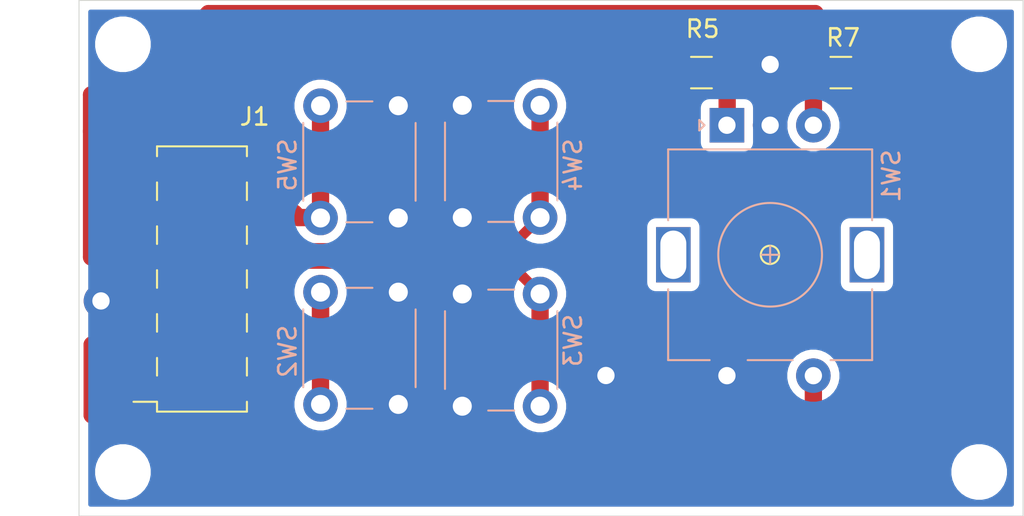
<source format=kicad_pcb>
(kicad_pcb (version 20171130) (host pcbnew "(5.1.5-0-10_14)")

  (general
    (thickness 1.6)
    (drawings 7)
    (tracks 95)
    (zones 0)
    (modules 12)
    (nets 10)
  )

  (page A4)
  (layers
    (0 F.Cu signal)
    (31 B.Cu signal)
    (32 B.Adhes user)
    (33 F.Adhes user)
    (34 B.Paste user)
    (35 F.Paste user)
    (36 B.SilkS user)
    (37 F.SilkS user)
    (38 B.Mask user)
    (39 F.Mask user)
    (40 Dwgs.User user)
    (41 Cmts.User user)
    (42 Eco1.User user)
    (43 Eco2.User user)
    (44 Edge.Cuts user)
    (45 Margin user)
    (46 B.CrtYd user)
    (47 F.CrtYd user)
    (48 B.Fab user hide)
    (49 F.Fab user hide)
  )

  (setup
    (last_trace_width 1)
    (user_trace_width 0.3)
    (user_trace_width 0.35)
    (user_trace_width 0.4)
    (user_trace_width 0.5)
    (user_trace_width 0.6)
    (user_trace_width 0.7)
    (user_trace_width 0.8)
    (user_trace_width 1)
    (user_trace_width 2)
    (trace_clearance 0.2)
    (zone_clearance 0.508)
    (zone_45_only no)
    (trace_min 0.2)
    (via_size 0.8)
    (via_drill 0.4)
    (via_min_size 0.4)
    (via_min_drill 0.3)
    (user_via 2 1)
    (uvia_size 0.3)
    (uvia_drill 0.1)
    (uvias_allowed no)
    (uvia_min_size 0.2)
    (uvia_min_drill 0.1)
    (edge_width 0.05)
    (segment_width 0.2)
    (pcb_text_width 0.3)
    (pcb_text_size 1.5 1.5)
    (mod_edge_width 0.12)
    (mod_text_size 1 1)
    (mod_text_width 0.15)
    (pad_size 1.524 1.524)
    (pad_drill 0.762)
    (pad_to_mask_clearance 0.051)
    (solder_mask_min_width 0.25)
    (aux_axis_origin 0 0)
    (visible_elements FFFFFF7F)
    (pcbplotparams
      (layerselection 0x01000_7fffffff)
      (usegerberextensions false)
      (usegerberattributes false)
      (usegerberadvancedattributes false)
      (creategerberjobfile false)
      (excludeedgelayer true)
      (linewidth 0.100000)
      (plotframeref false)
      (viasonmask false)
      (mode 1)
      (useauxorigin false)
      (hpglpennumber 1)
      (hpglpenspeed 20)
      (hpglpendiameter 15.000000)
      (psnegative true)
      (psa4output false)
      (plotreference true)
      (plotvalue true)
      (plotinvisibletext false)
      (padsonsilk false)
      (subtractmaskfromsilk false)
      (outputformat 5)
      (mirror true)
      (drillshape 2)
      (scaleselection 1)
      (outputdirectory ""))
  )

  (net 0 "")
  (net 1 GNDS)
  (net 2 /Controls/BTN4)
  (net 3 /Controls/ENC_A)
  (net 4 /Controls/BTN3)
  (net 5 /Controls/ENC_B)
  (net 6 /Controls/BTN2)
  (net 7 /Controls/BTN1)
  (net 8 /Controls/ENC_SW)
  (net 9 +3V3)

  (net_class Default "This is the default net class."
    (clearance 0.2)
    (trace_width 0.25)
    (via_dia 0.8)
    (via_drill 0.4)
    (uvia_dia 0.3)
    (uvia_drill 0.1)
    (add_net +3V3)
    (add_net /Controls/BTN1)
    (add_net /Controls/BTN2)
    (add_net /Controls/BTN3)
    (add_net /Controls/BTN4)
    (add_net /Controls/ENC_A)
    (add_net /Controls/ENC_B)
    (add_net /Controls/ENC_SW)
    (add_net GNDS)
  )

  (module Connector_PinSocket_2.54mm:PinSocket_2x06_P2.54mm_Vertical_SMD locked (layer F.Cu) (tedit 5A19A42A) (tstamp 5ED139FE)
    (at 121.412 58.674 180)
    (descr "surface-mounted straight socket strip, 2x06, 2.54mm pitch, double cols (from Kicad 4.0.7), script generated")
    (tags "Surface mounted socket strip SMD 2x06 2.54mm double row")
    (path /5E7E6C1D/5E8132DF)
    (attr smd)
    (fp_text reference J1 (at -3.048 9.398 180) (layer F.SilkS)
      (effects (font (size 1 1) (thickness 0.15)))
    )
    (fp_text value Conn_02x06_Odd_Even (at 0 9.12) (layer F.Fab)
      (effects (font (size 1 1) (thickness 0.15)))
    )
    (fp_text user %R (at 0 0 90) (layer F.Fab)
      (effects (font (size 1 1) (thickness 0.15)))
    )
    (fp_line (start -4.55 8.1) (end -4.55 -8.15) (layer F.CrtYd) (width 0.05))
    (fp_line (start 4.5 8.1) (end -4.55 8.1) (layer F.CrtYd) (width 0.05))
    (fp_line (start 4.5 -8.15) (end 4.5 8.1) (layer F.CrtYd) (width 0.05))
    (fp_line (start -4.55 -8.15) (end 4.5 -8.15) (layer F.CrtYd) (width 0.05))
    (fp_line (start 3.92 6.67) (end 2.54 6.67) (layer F.Fab) (width 0.1))
    (fp_line (start 3.92 6.03) (end 3.92 6.67) (layer F.Fab) (width 0.1))
    (fp_line (start 2.54 6.03) (end 3.92 6.03) (layer F.Fab) (width 0.1))
    (fp_line (start -3.92 6.67) (end -3.92 6.03) (layer F.Fab) (width 0.1))
    (fp_line (start -2.54 6.67) (end -3.92 6.67) (layer F.Fab) (width 0.1))
    (fp_line (start -3.92 6.03) (end -2.54 6.03) (layer F.Fab) (width 0.1))
    (fp_line (start 3.92 4.13) (end 2.54 4.13) (layer F.Fab) (width 0.1))
    (fp_line (start 3.92 3.49) (end 3.92 4.13) (layer F.Fab) (width 0.1))
    (fp_line (start 2.54 3.49) (end 3.92 3.49) (layer F.Fab) (width 0.1))
    (fp_line (start -3.92 4.13) (end -3.92 3.49) (layer F.Fab) (width 0.1))
    (fp_line (start -2.54 4.13) (end -3.92 4.13) (layer F.Fab) (width 0.1))
    (fp_line (start -3.92 3.49) (end -2.54 3.49) (layer F.Fab) (width 0.1))
    (fp_line (start 3.92 1.59) (end 2.54 1.59) (layer F.Fab) (width 0.1))
    (fp_line (start 3.92 0.95) (end 3.92 1.59) (layer F.Fab) (width 0.1))
    (fp_line (start 2.54 0.95) (end 3.92 0.95) (layer F.Fab) (width 0.1))
    (fp_line (start -3.92 1.59) (end -3.92 0.95) (layer F.Fab) (width 0.1))
    (fp_line (start -2.54 1.59) (end -3.92 1.59) (layer F.Fab) (width 0.1))
    (fp_line (start -3.92 0.95) (end -2.54 0.95) (layer F.Fab) (width 0.1))
    (fp_line (start 3.92 -0.95) (end 2.54 -0.95) (layer F.Fab) (width 0.1))
    (fp_line (start 3.92 -1.59) (end 3.92 -0.95) (layer F.Fab) (width 0.1))
    (fp_line (start 2.54 -1.59) (end 3.92 -1.59) (layer F.Fab) (width 0.1))
    (fp_line (start -3.92 -0.95) (end -3.92 -1.59) (layer F.Fab) (width 0.1))
    (fp_line (start -2.54 -0.95) (end -3.92 -0.95) (layer F.Fab) (width 0.1))
    (fp_line (start -3.92 -1.59) (end -2.54 -1.59) (layer F.Fab) (width 0.1))
    (fp_line (start 3.92 -3.49) (end 2.54 -3.49) (layer F.Fab) (width 0.1))
    (fp_line (start 3.92 -4.13) (end 3.92 -3.49) (layer F.Fab) (width 0.1))
    (fp_line (start 2.54 -4.13) (end 3.92 -4.13) (layer F.Fab) (width 0.1))
    (fp_line (start -3.92 -3.49) (end -3.92 -4.13) (layer F.Fab) (width 0.1))
    (fp_line (start -2.54 -3.49) (end -3.92 -3.49) (layer F.Fab) (width 0.1))
    (fp_line (start -3.92 -4.13) (end -2.54 -4.13) (layer F.Fab) (width 0.1))
    (fp_line (start 3.92 -6.03) (end 2.54 -6.03) (layer F.Fab) (width 0.1))
    (fp_line (start 3.92 -6.67) (end 3.92 -6.03) (layer F.Fab) (width 0.1))
    (fp_line (start 2.54 -6.67) (end 3.92 -6.67) (layer F.Fab) (width 0.1))
    (fp_line (start -3.92 -6.03) (end -3.92 -6.67) (layer F.Fab) (width 0.1))
    (fp_line (start -2.54 -6.03) (end -3.92 -6.03) (layer F.Fab) (width 0.1))
    (fp_line (start -3.92 -6.67) (end -2.54 -6.67) (layer F.Fab) (width 0.1))
    (fp_line (start -2.54 7.62) (end -2.54 -7.62) (layer F.Fab) (width 0.1))
    (fp_line (start 2.54 7.62) (end -2.54 7.62) (layer F.Fab) (width 0.1))
    (fp_line (start 2.54 -6.62) (end 2.54 7.62) (layer F.Fab) (width 0.1))
    (fp_line (start 1.54 -7.62) (end 2.54 -6.62) (layer F.Fab) (width 0.1))
    (fp_line (start -2.54 -7.62) (end 1.54 -7.62) (layer F.Fab) (width 0.1))
    (fp_line (start 2.6 -7.11) (end 3.96 -7.11) (layer F.SilkS) (width 0.12))
    (fp_line (start -2.6 7.11) (end -2.6 7.68) (layer F.SilkS) (width 0.12))
    (fp_line (start -2.6 4.57) (end -2.6 5.59) (layer F.SilkS) (width 0.12))
    (fp_line (start -2.6 2.03) (end -2.6 3.05) (layer F.SilkS) (width 0.12))
    (fp_line (start -2.6 -0.51) (end -2.6 0.51) (layer F.SilkS) (width 0.12))
    (fp_line (start -2.6 -3.05) (end -2.6 -2.03) (layer F.SilkS) (width 0.12))
    (fp_line (start -2.6 -5.59) (end -2.6 -4.57) (layer F.SilkS) (width 0.12))
    (fp_line (start -2.6 -7.68) (end -2.6 -7.11) (layer F.SilkS) (width 0.12))
    (fp_line (start -2.6 7.68) (end 2.6 7.68) (layer F.SilkS) (width 0.12))
    (fp_line (start 2.6 7.11) (end 2.6 7.68) (layer F.SilkS) (width 0.12))
    (fp_line (start 2.6 4.57) (end 2.6 5.59) (layer F.SilkS) (width 0.12))
    (fp_line (start 2.6 2.03) (end 2.6 3.05) (layer F.SilkS) (width 0.12))
    (fp_line (start 2.6 -0.51) (end 2.6 0.51) (layer F.SilkS) (width 0.12))
    (fp_line (start 2.6 -3.05) (end 2.6 -2.03) (layer F.SilkS) (width 0.12))
    (fp_line (start 2.6 -5.59) (end 2.6 -4.57) (layer F.SilkS) (width 0.12))
    (fp_line (start 2.6 -7.68) (end 2.6 -7.11) (layer F.SilkS) (width 0.12))
    (fp_line (start -2.6 -7.68) (end 2.6 -7.68) (layer F.SilkS) (width 0.12))
    (pad 12 smd rect (at -2.52 6.35 180) (size 3 1) (layers F.Cu F.Paste F.Mask)
      (net 1 GNDS))
    (pad 11 smd rect (at 2.52 6.35 180) (size 3 1) (layers F.Cu F.Paste F.Mask)
      (net 1 GNDS))
    (pad 10 smd rect (at -2.52 3.81 180) (size 3 1) (layers F.Cu F.Paste F.Mask)
      (net 2 /Controls/BTN4))
    (pad 9 smd rect (at 2.52 3.81 180) (size 3 1) (layers F.Cu F.Paste F.Mask)
      (net 3 /Controls/ENC_A))
    (pad 8 smd rect (at -2.52 1.27 180) (size 3 1) (layers F.Cu F.Paste F.Mask)
      (net 4 /Controls/BTN3))
    (pad 7 smd rect (at 2.52 1.27 180) (size 3 1) (layers F.Cu F.Paste F.Mask)
      (net 5 /Controls/ENC_B))
    (pad 6 smd rect (at -2.52 -1.27 180) (size 3 1) (layers F.Cu F.Paste F.Mask)
      (net 6 /Controls/BTN2))
    (pad 5 smd rect (at 2.52 -1.27 180) (size 3 1) (layers F.Cu F.Paste F.Mask)
      (net 1 GNDS))
    (pad 4 smd rect (at -2.52 -3.81 180) (size 3 1) (layers F.Cu F.Paste F.Mask)
      (net 7 /Controls/BTN1))
    (pad 3 smd rect (at 2.52 -3.81 180) (size 3 1) (layers F.Cu F.Paste F.Mask)
      (net 8 /Controls/ENC_SW))
    (pad 2 smd rect (at -2.52 -6.35 180) (size 3 1) (layers F.Cu F.Paste F.Mask)
      (net 9 +3V3))
    (pad 1 smd rect (at 2.52 -6.35 180) (size 3 1) (layers F.Cu F.Paste F.Mask)
      (net 9 +3V3))
    (model ${KISYS3DMOD}/Connector_PinHeader_2.54mm.3dshapes/PinHeader_2x06_P2.54mm_Vertical_SMD.step
      (at (xyz 0 0 0))
      (scale (xyz 1 1 1))
      (rotate (xyz 0 0 0))
    )
  )

  (module MountingHole:MountingHole_2.2mm_M2 locked (layer F.Cu) (tedit 56D1B4CB) (tstamp 5EC2B9C6)
    (at 166.37 45.085)
    (descr "Mounting Hole 2.2mm, no annular, M2")
    (tags "mounting hole 2.2mm no annular m2")
    (attr virtual)
    (fp_text reference REF** (at 0 -3.2) (layer F.SilkS) hide
      (effects (font (size 1 1) (thickness 0.15)))
    )
    (fp_text value MountingHole_2.2mm_M2 (at 0 3.2) (layer F.Fab)
      (effects (font (size 1 1) (thickness 0.15)))
    )
    (fp_text user %R (at 0.3 0) (layer F.Fab)
      (effects (font (size 1 1) (thickness 0.15)))
    )
    (fp_circle (center 0 0) (end 2.2 0) (layer Cmts.User) (width 0.15))
    (fp_circle (center 0 0) (end 2.45 0) (layer F.CrtYd) (width 0.05))
    (pad 1 np_thru_hole circle (at 0 0) (size 2.2 2.2) (drill 2.2) (layers *.Cu *.Mask))
  )

  (module MountingHole:MountingHole_2.2mm_M2 locked (layer F.Cu) (tedit 56D1B4CB) (tstamp 5EC2B9C6)
    (at 166.37 69.85)
    (descr "Mounting Hole 2.2mm, no annular, M2")
    (tags "mounting hole 2.2mm no annular m2")
    (attr virtual)
    (fp_text reference REF** (at 0 -3.2) (layer F.SilkS) hide
      (effects (font (size 1 1) (thickness 0.15)))
    )
    (fp_text value MountingHole_2.2mm_M2 (at 0 3.2) (layer F.Fab)
      (effects (font (size 1 1) (thickness 0.15)))
    )
    (fp_text user %R (at 0.3 0) (layer F.Fab)
      (effects (font (size 1 1) (thickness 0.15)))
    )
    (fp_circle (center 0 0) (end 2.2 0) (layer Cmts.User) (width 0.15))
    (fp_circle (center 0 0) (end 2.45 0) (layer F.CrtYd) (width 0.05))
    (pad 1 np_thru_hole circle (at 0 0) (size 2.2 2.2) (drill 2.2) (layers *.Cu *.Mask))
  )

  (module MountingHole:MountingHole_2.2mm_M2 locked (layer F.Cu) (tedit 56D1B4CB) (tstamp 5EC2B9C6)
    (at 116.84 69.85)
    (descr "Mounting Hole 2.2mm, no annular, M2")
    (tags "mounting hole 2.2mm no annular m2")
    (attr virtual)
    (fp_text reference REF** (at 0 -3.2) (layer F.SilkS) hide
      (effects (font (size 1 1) (thickness 0.15)))
    )
    (fp_text value MountingHole_2.2mm_M2 (at 0 3.2) (layer F.Fab)
      (effects (font (size 1 1) (thickness 0.15)))
    )
    (fp_text user %R (at 0.3 0) (layer F.Fab)
      (effects (font (size 1 1) (thickness 0.15)))
    )
    (fp_circle (center 0 0) (end 2.2 0) (layer Cmts.User) (width 0.15))
    (fp_circle (center 0 0) (end 2.45 0) (layer F.CrtYd) (width 0.05))
    (pad 1 np_thru_hole circle (at 0 0) (size 2.2 2.2) (drill 2.2) (layers *.Cu *.Mask))
  )

  (module MountingHole:MountingHole_2.2mm_M2 locked (layer F.Cu) (tedit 56D1B4CB) (tstamp 5EC2B9C4)
    (at 116.84 45.085)
    (descr "Mounting Hole 2.2mm, no annular, M2")
    (tags "mounting hole 2.2mm no annular m2")
    (attr virtual)
    (fp_text reference REF** (at 0 -3.2) (layer F.SilkS) hide
      (effects (font (size 1 1) (thickness 0.15)))
    )
    (fp_text value MountingHole_2.2mm_M2 (at 0 3.2) (layer F.Fab)
      (effects (font (size 1 1) (thickness 0.15)))
    )
    (fp_circle (center 0 0) (end 2.45 0) (layer F.CrtYd) (width 0.05))
    (fp_circle (center 0 0) (end 2.2 0) (layer Cmts.User) (width 0.15))
    (fp_text user %R (at 0.3 0) (layer F.Fab)
      (effects (font (size 1 1) (thickness 0.15)))
    )
    (pad 1 np_thru_hole circle (at 0 0) (size 2.2 2.2) (drill 2.2) (layers *.Cu *.Mask))
  )

  (module Button_Switch_THT:SW_PUSH_6mm (layer B.Cu) (tedit 5A02FE31) (tstamp 5EC2621C)
    (at 128.27 48.641 270)
    (descr https://www.omron.com/ecb/products/pdf/en-b3f.pdf)
    (tags "tact sw push 6mm")
    (path /5E7E6C1D/5EC3495E)
    (fp_text reference SW5 (at 3.429 1.905 90) (layer B.SilkS)
      (effects (font (size 1 1) (thickness 0.15)) (justify mirror))
    )
    (fp_text value SW_SPST (at 3.75 -6.7 90) (layer B.Fab)
      (effects (font (size 1 1) (thickness 0.15)) (justify mirror))
    )
    (fp_circle (center 3.25 -2.25) (end 1.25 -2.5) (layer B.Fab) (width 0.1))
    (fp_line (start 6.75 -3) (end 6.75 -1.5) (layer B.SilkS) (width 0.12))
    (fp_line (start 5.5 1) (end 1 1) (layer B.SilkS) (width 0.12))
    (fp_line (start -0.25 -1.5) (end -0.25 -3) (layer B.SilkS) (width 0.12))
    (fp_line (start 1 -5.5) (end 5.5 -5.5) (layer B.SilkS) (width 0.12))
    (fp_line (start 8 1.25) (end 8 -5.75) (layer B.CrtYd) (width 0.05))
    (fp_line (start 7.75 -6) (end -1.25 -6) (layer B.CrtYd) (width 0.05))
    (fp_line (start -1.5 -5.75) (end -1.5 1.25) (layer B.CrtYd) (width 0.05))
    (fp_line (start -1.25 1.5) (end 7.75 1.5) (layer B.CrtYd) (width 0.05))
    (fp_line (start -1.5 -6) (end -1.25 -6) (layer B.CrtYd) (width 0.05))
    (fp_line (start -1.5 -5.75) (end -1.5 -6) (layer B.CrtYd) (width 0.05))
    (fp_line (start -1.5 1.5) (end -1.25 1.5) (layer B.CrtYd) (width 0.05))
    (fp_line (start -1.5 1.25) (end -1.5 1.5) (layer B.CrtYd) (width 0.05))
    (fp_line (start 8 1.5) (end 8 1.25) (layer B.CrtYd) (width 0.05))
    (fp_line (start 7.75 1.5) (end 8 1.5) (layer B.CrtYd) (width 0.05))
    (fp_line (start 8 -6) (end 8 -5.75) (layer B.CrtYd) (width 0.05))
    (fp_line (start 7.75 -6) (end 8 -6) (layer B.CrtYd) (width 0.05))
    (fp_line (start 0.25 0.75) (end 3.25 0.75) (layer B.Fab) (width 0.1))
    (fp_line (start 0.25 -5.25) (end 0.25 0.75) (layer B.Fab) (width 0.1))
    (fp_line (start 6.25 -5.25) (end 0.25 -5.25) (layer B.Fab) (width 0.1))
    (fp_line (start 6.25 0.75) (end 6.25 -5.25) (layer B.Fab) (width 0.1))
    (fp_line (start 3.25 0.75) (end 6.25 0.75) (layer B.Fab) (width 0.1))
    (fp_text user %R (at 3.25 -2.25 90) (layer B.Fab)
      (effects (font (size 1 1) (thickness 0.15)) (justify mirror))
    )
    (pad 1 thru_hole circle (at 6.5 0 180) (size 2 2) (drill 1.1) (layers *.Cu *.Mask)
      (net 2 /Controls/BTN4))
    (pad 2 thru_hole circle (at 6.5 -4.5 180) (size 2 2) (drill 1.1) (layers *.Cu *.Mask)
      (net 1 GNDS))
    (pad 1 thru_hole circle (at 0 0 180) (size 2 2) (drill 1.1) (layers *.Cu *.Mask)
      (net 2 /Controls/BTN4))
    (pad 2 thru_hole circle (at 0 -4.5 180) (size 2 2) (drill 1.1) (layers *.Cu *.Mask)
      (net 1 GNDS))
    (model ${KISYS3DMOD}/Button_Switch_THT.3dshapes/SW_PUSH_6mm.wrl
      (at (xyz 0 0 0))
      (scale (xyz 1 1 1))
      (rotate (xyz 0 0 0))
    )
  )

  (module Button_Switch_THT:SW_PUSH_6mm (layer B.Cu) (tedit 5A02FE31) (tstamp 5EC2DA28)
    (at 140.97 55.118 90)
    (descr https://www.omron.com/ecb/products/pdf/en-b3f.pdf)
    (tags "tact sw push 6mm")
    (path /5E7E6C1D/5EC30009)
    (fp_text reference SW4 (at 3.048 1.905 90) (layer B.SilkS)
      (effects (font (size 1 1) (thickness 0.15)) (justify mirror))
    )
    (fp_text value SW_SPST (at 3.75 -6.7 90) (layer B.Fab)
      (effects (font (size 1 1) (thickness 0.15)) (justify mirror))
    )
    (fp_circle (center 3.25 -2.25) (end 1.25 -2.5) (layer B.Fab) (width 0.1))
    (fp_line (start 6.75 -3) (end 6.75 -1.5) (layer B.SilkS) (width 0.12))
    (fp_line (start 5.5 1) (end 1 1) (layer B.SilkS) (width 0.12))
    (fp_line (start -0.25 -1.5) (end -0.25 -3) (layer B.SilkS) (width 0.12))
    (fp_line (start 1 -5.5) (end 5.5 -5.5) (layer B.SilkS) (width 0.12))
    (fp_line (start 8 1.25) (end 8 -5.75) (layer B.CrtYd) (width 0.05))
    (fp_line (start 7.75 -6) (end -1.25 -6) (layer B.CrtYd) (width 0.05))
    (fp_line (start -1.5 -5.75) (end -1.5 1.25) (layer B.CrtYd) (width 0.05))
    (fp_line (start -1.25 1.5) (end 7.75 1.5) (layer B.CrtYd) (width 0.05))
    (fp_line (start -1.5 -6) (end -1.25 -6) (layer B.CrtYd) (width 0.05))
    (fp_line (start -1.5 -5.75) (end -1.5 -6) (layer B.CrtYd) (width 0.05))
    (fp_line (start -1.5 1.5) (end -1.25 1.5) (layer B.CrtYd) (width 0.05))
    (fp_line (start -1.5 1.25) (end -1.5 1.5) (layer B.CrtYd) (width 0.05))
    (fp_line (start 8 1.5) (end 8 1.25) (layer B.CrtYd) (width 0.05))
    (fp_line (start 7.75 1.5) (end 8 1.5) (layer B.CrtYd) (width 0.05))
    (fp_line (start 8 -6) (end 8 -5.75) (layer B.CrtYd) (width 0.05))
    (fp_line (start 7.75 -6) (end 8 -6) (layer B.CrtYd) (width 0.05))
    (fp_line (start 0.25 0.75) (end 3.25 0.75) (layer B.Fab) (width 0.1))
    (fp_line (start 0.25 -5.25) (end 0.25 0.75) (layer B.Fab) (width 0.1))
    (fp_line (start 6.25 -5.25) (end 0.25 -5.25) (layer B.Fab) (width 0.1))
    (fp_line (start 6.25 0.75) (end 6.25 -5.25) (layer B.Fab) (width 0.1))
    (fp_line (start 3.25 0.75) (end 6.25 0.75) (layer B.Fab) (width 0.1))
    (fp_text user %R (at 3.25 -2.25 90) (layer B.Fab)
      (effects (font (size 1 1) (thickness 0.15)) (justify mirror))
    )
    (pad 1 thru_hole circle (at 6.5 0) (size 2 2) (drill 1.1) (layers *.Cu *.Mask)
      (net 4 /Controls/BTN3))
    (pad 2 thru_hole circle (at 6.5 -4.5) (size 2 2) (drill 1.1) (layers *.Cu *.Mask)
      (net 1 GNDS))
    (pad 1 thru_hole circle (at 0 0) (size 2 2) (drill 1.1) (layers *.Cu *.Mask)
      (net 4 /Controls/BTN3))
    (pad 2 thru_hole circle (at 0 -4.5) (size 2 2) (drill 1.1) (layers *.Cu *.Mask)
      (net 1 GNDS))
    (model ${KISYS3DMOD}/Button_Switch_THT.3dshapes/SW_PUSH_6mm.wrl
      (at (xyz 0 0 0))
      (scale (xyz 1 1 1))
      (rotate (xyz 0 0 0))
    )
  )

  (module Button_Switch_THT:SW_PUSH_6mm (layer B.Cu) (tedit 5A02FE31) (tstamp 5EC261DE)
    (at 140.97 66.04 90)
    (descr https://www.omron.com/ecb/products/pdf/en-b3f.pdf)
    (tags "tact sw push 6mm")
    (path /5E7E6C1D/5EC2D713)
    (fp_text reference SW3 (at 3.81 1.905 270) (layer B.SilkS)
      (effects (font (size 1 1) (thickness 0.15)) (justify mirror))
    )
    (fp_text value SW_SPST (at 3.75 -6.7 90) (layer B.Fab)
      (effects (font (size 1 1) (thickness 0.15)) (justify mirror))
    )
    (fp_circle (center 3.25 -2.25) (end 1.25 -2.5) (layer B.Fab) (width 0.1))
    (fp_line (start 6.75 -3) (end 6.75 -1.5) (layer B.SilkS) (width 0.12))
    (fp_line (start 5.5 1) (end 1 1) (layer B.SilkS) (width 0.12))
    (fp_line (start -0.25 -1.5) (end -0.25 -3) (layer B.SilkS) (width 0.12))
    (fp_line (start 1 -5.5) (end 5.5 -5.5) (layer B.SilkS) (width 0.12))
    (fp_line (start 8 1.25) (end 8 -5.75) (layer B.CrtYd) (width 0.05))
    (fp_line (start 7.75 -6) (end -1.25 -6) (layer B.CrtYd) (width 0.05))
    (fp_line (start -1.5 -5.75) (end -1.5 1.25) (layer B.CrtYd) (width 0.05))
    (fp_line (start -1.25 1.5) (end 7.75 1.5) (layer B.CrtYd) (width 0.05))
    (fp_line (start -1.5 -6) (end -1.25 -6) (layer B.CrtYd) (width 0.05))
    (fp_line (start -1.5 -5.75) (end -1.5 -6) (layer B.CrtYd) (width 0.05))
    (fp_line (start -1.5 1.5) (end -1.25 1.5) (layer B.CrtYd) (width 0.05))
    (fp_line (start -1.5 1.25) (end -1.5 1.5) (layer B.CrtYd) (width 0.05))
    (fp_line (start 8 1.5) (end 8 1.25) (layer B.CrtYd) (width 0.05))
    (fp_line (start 7.75 1.5) (end 8 1.5) (layer B.CrtYd) (width 0.05))
    (fp_line (start 8 -6) (end 8 -5.75) (layer B.CrtYd) (width 0.05))
    (fp_line (start 7.75 -6) (end 8 -6) (layer B.CrtYd) (width 0.05))
    (fp_line (start 0.25 0.75) (end 3.25 0.75) (layer B.Fab) (width 0.1))
    (fp_line (start 0.25 -5.25) (end 0.25 0.75) (layer B.Fab) (width 0.1))
    (fp_line (start 6.25 -5.25) (end 0.25 -5.25) (layer B.Fab) (width 0.1))
    (fp_line (start 6.25 0.75) (end 6.25 -5.25) (layer B.Fab) (width 0.1))
    (fp_line (start 3.25 0.75) (end 6.25 0.75) (layer B.Fab) (width 0.1))
    (fp_text user %R (at 3.25 -2.25 90) (layer B.Fab)
      (effects (font (size 1 1) (thickness 0.15)) (justify mirror))
    )
    (pad 1 thru_hole circle (at 6.5 0) (size 2 2) (drill 1.1) (layers *.Cu *.Mask)
      (net 6 /Controls/BTN2))
    (pad 2 thru_hole circle (at 6.5 -4.5) (size 2 2) (drill 1.1) (layers *.Cu *.Mask)
      (net 1 GNDS))
    (pad 1 thru_hole circle (at 0 0) (size 2 2) (drill 1.1) (layers *.Cu *.Mask)
      (net 6 /Controls/BTN2))
    (pad 2 thru_hole circle (at 0 -4.5) (size 2 2) (drill 1.1) (layers *.Cu *.Mask)
      (net 1 GNDS))
    (model ${KISYS3DMOD}/Button_Switch_THT.3dshapes/SW_PUSH_6mm.wrl
      (at (xyz 0 0 0))
      (scale (xyz 1 1 1))
      (rotate (xyz 0 0 0))
    )
  )

  (module Button_Switch_THT:SW_PUSH_6mm (layer B.Cu) (tedit 5A02FE31) (tstamp 5EC261BF)
    (at 128.27 59.436 270)
    (descr https://www.omron.com/ecb/products/pdf/en-b3f.pdf)
    (tags "tact sw push 6mm")
    (path /5E7E6C1D/5EC27C1F)
    (fp_text reference SW2 (at 3.429 1.905 90) (layer B.SilkS)
      (effects (font (size 1 1) (thickness 0.15)) (justify mirror))
    )
    (fp_text value SW_SPST (at 3.75 -6.7 90) (layer B.Fab)
      (effects (font (size 1 1) (thickness 0.15)) (justify mirror))
    )
    (fp_circle (center 3.25 -2.25) (end 1.25 -2.5) (layer B.Fab) (width 0.1))
    (fp_line (start 6.75 -3) (end 6.75 -1.5) (layer B.SilkS) (width 0.12))
    (fp_line (start 5.5 1) (end 1 1) (layer B.SilkS) (width 0.12))
    (fp_line (start -0.25 -1.5) (end -0.25 -3) (layer B.SilkS) (width 0.12))
    (fp_line (start 1 -5.5) (end 5.5 -5.5) (layer B.SilkS) (width 0.12))
    (fp_line (start 8 1.25) (end 8 -5.75) (layer B.CrtYd) (width 0.05))
    (fp_line (start 7.75 -6) (end -1.25 -6) (layer B.CrtYd) (width 0.05))
    (fp_line (start -1.5 -5.75) (end -1.5 1.25) (layer B.CrtYd) (width 0.05))
    (fp_line (start -1.25 1.5) (end 7.75 1.5) (layer B.CrtYd) (width 0.05))
    (fp_line (start -1.5 -6) (end -1.25 -6) (layer B.CrtYd) (width 0.05))
    (fp_line (start -1.5 -5.75) (end -1.5 -6) (layer B.CrtYd) (width 0.05))
    (fp_line (start -1.5 1.5) (end -1.25 1.5) (layer B.CrtYd) (width 0.05))
    (fp_line (start -1.5 1.25) (end -1.5 1.5) (layer B.CrtYd) (width 0.05))
    (fp_line (start 8 1.5) (end 8 1.25) (layer B.CrtYd) (width 0.05))
    (fp_line (start 7.75 1.5) (end 8 1.5) (layer B.CrtYd) (width 0.05))
    (fp_line (start 8 -6) (end 8 -5.75) (layer B.CrtYd) (width 0.05))
    (fp_line (start 7.75 -6) (end 8 -6) (layer B.CrtYd) (width 0.05))
    (fp_line (start 0.25 0.75) (end 3.25 0.75) (layer B.Fab) (width 0.1))
    (fp_line (start 0.25 -5.25) (end 0.25 0.75) (layer B.Fab) (width 0.1))
    (fp_line (start 6.25 -5.25) (end 0.25 -5.25) (layer B.Fab) (width 0.1))
    (fp_line (start 6.25 0.75) (end 6.25 -5.25) (layer B.Fab) (width 0.1))
    (fp_line (start 3.25 0.75) (end 6.25 0.75) (layer B.Fab) (width 0.1))
    (fp_text user %R (at 3.25 -2.25 90) (layer B.Fab)
      (effects (font (size 1 1) (thickness 0.15)) (justify mirror))
    )
    (pad 1 thru_hole circle (at 6.5 0 180) (size 2 2) (drill 1.1) (layers *.Cu *.Mask)
      (net 7 /Controls/BTN1))
    (pad 2 thru_hole circle (at 6.5 -4.5 180) (size 2 2) (drill 1.1) (layers *.Cu *.Mask)
      (net 1 GNDS))
    (pad 1 thru_hole circle (at 0 0 180) (size 2 2) (drill 1.1) (layers *.Cu *.Mask)
      (net 7 /Controls/BTN1))
    (pad 2 thru_hole circle (at 0 -4.5 180) (size 2 2) (drill 1.1) (layers *.Cu *.Mask)
      (net 1 GNDS))
    (model ${KISYS3DMOD}/Button_Switch_THT.3dshapes/SW_PUSH_6mm.wrl
      (at (xyz 0 0 0))
      (scale (xyz 1 1 1))
      (rotate (xyz 0 0 0))
    )
  )

  (module Resistor_SMD:R_1206_3216Metric_Pad1.42x1.75mm_HandSolder (layer F.Cu) (tedit 5B301BBD) (tstamp 5ED12DA7)
    (at 158.369 46.7233 180)
    (descr "Resistor SMD 1206 (3216 Metric), square (rectangular) end terminal, IPC_7351 nominal with elongated pad for handsoldering. (Body size source: http://www.tortai-tech.com/upload/download/2011102023233369053.pdf), generated with kicad-footprint-generator")
    (tags "resistor handsolder")
    (path /5E7E6C1D/5E7E53C9)
    (attr smd)
    (fp_text reference R7 (at -0.127 2.0193 180) (layer F.SilkS)
      (effects (font (size 1 1) (thickness 0.15)))
    )
    (fp_text value 10K (at 0 1.82 180) (layer F.Fab)
      (effects (font (size 1 1) (thickness 0.15)))
    )
    (fp_text user %R (at 0 0 180) (layer F.Fab)
      (effects (font (size 0.8 0.8) (thickness 0.12)))
    )
    (fp_line (start 2.45 1.12) (end -2.45 1.12) (layer F.CrtYd) (width 0.05))
    (fp_line (start 2.45 -1.12) (end 2.45 1.12) (layer F.CrtYd) (width 0.05))
    (fp_line (start -2.45 -1.12) (end 2.45 -1.12) (layer F.CrtYd) (width 0.05))
    (fp_line (start -2.45 1.12) (end -2.45 -1.12) (layer F.CrtYd) (width 0.05))
    (fp_line (start -0.602064 0.91) (end 0.602064 0.91) (layer F.SilkS) (width 0.12))
    (fp_line (start -0.602064 -0.91) (end 0.602064 -0.91) (layer F.SilkS) (width 0.12))
    (fp_line (start 1.6 0.8) (end -1.6 0.8) (layer F.Fab) (width 0.1))
    (fp_line (start 1.6 -0.8) (end 1.6 0.8) (layer F.Fab) (width 0.1))
    (fp_line (start -1.6 -0.8) (end 1.6 -0.8) (layer F.Fab) (width 0.1))
    (fp_line (start -1.6 0.8) (end -1.6 -0.8) (layer F.Fab) (width 0.1))
    (pad 2 smd roundrect (at 1.4875 0 180) (size 1.425 1.75) (layers F.Cu F.Paste F.Mask) (roundrect_rratio 0.175439)
      (net 5 /Controls/ENC_B))
    (pad 1 smd roundrect (at -1.4875 0 180) (size 1.425 1.75) (layers F.Cu F.Paste F.Mask) (roundrect_rratio 0.175439)
      (net 9 +3V3))
    (model ${KISYS3DMOD}/Resistor_SMD.3dshapes/R_1206_3216Metric.wrl
      (at (xyz 0 0 0))
      (scale (xyz 1 1 1))
      (rotate (xyz 0 0 0))
    )
  )

  (module Resistor_SMD:R_1206_3216Metric_Pad1.42x1.75mm_HandSolder (layer F.Cu) (tedit 5B301BBD) (tstamp 5ED12D77)
    (at 150.3045 46.7233)
    (descr "Resistor SMD 1206 (3216 Metric), square (rectangular) end terminal, IPC_7351 nominal with elongated pad for handsoldering. (Body size source: http://www.tortai-tech.com/upload/download/2011102023233369053.pdf), generated with kicad-footprint-generator")
    (tags "resistor handsolder")
    (path /5E7E6C1D/5E7E53C3)
    (attr smd)
    (fp_text reference R5 (at 0.0635 -2.5273) (layer F.SilkS)
      (effects (font (size 1 1) (thickness 0.15)))
    )
    (fp_text value 10K (at 0 1.82 180) (layer F.Fab)
      (effects (font (size 1 1) (thickness 0.15)))
    )
    (fp_text user %R (at 0 0 180) (layer F.Fab)
      (effects (font (size 0.8 0.8) (thickness 0.12)))
    )
    (fp_line (start 2.45 1.12) (end -2.45 1.12) (layer F.CrtYd) (width 0.05))
    (fp_line (start 2.45 -1.12) (end 2.45 1.12) (layer F.CrtYd) (width 0.05))
    (fp_line (start -2.45 -1.12) (end 2.45 -1.12) (layer F.CrtYd) (width 0.05))
    (fp_line (start -2.45 1.12) (end -2.45 -1.12) (layer F.CrtYd) (width 0.05))
    (fp_line (start -0.602064 0.91) (end 0.602064 0.91) (layer F.SilkS) (width 0.12))
    (fp_line (start -0.602064 -0.91) (end 0.602064 -0.91) (layer F.SilkS) (width 0.12))
    (fp_line (start 1.6 0.8) (end -1.6 0.8) (layer F.Fab) (width 0.1))
    (fp_line (start 1.6 -0.8) (end 1.6 0.8) (layer F.Fab) (width 0.1))
    (fp_line (start -1.6 -0.8) (end 1.6 -0.8) (layer F.Fab) (width 0.1))
    (fp_line (start -1.6 0.8) (end -1.6 -0.8) (layer F.Fab) (width 0.1))
    (pad 2 smd roundrect (at 1.4875 0) (size 1.425 1.75) (layers F.Cu F.Paste F.Mask) (roundrect_rratio 0.175439)
      (net 3 /Controls/ENC_A))
    (pad 1 smd roundrect (at -1.4875 0) (size 1.425 1.75) (layers F.Cu F.Paste F.Mask) (roundrect_rratio 0.175439)
      (net 9 +3V3))
    (model ${KISYS3DMOD}/Resistor_SMD.3dshapes/R_1206_3216Metric.wrl
      (at (xyz 0 0 0))
      (scale (xyz 1 1 1))
      (rotate (xyz 0 0 0))
    )
  )

  (module Rotary_Encoder:RotaryEncoder_Alps_EC11E-Switch_Vertical_H20mm (layer B.Cu) (tedit 5A74C8CB) (tstamp 5ED12D1D)
    (at 151.7777 49.7713 270)
    (descr "Alps rotary encoder, EC12E... with switch, vertical shaft, http://www.alps.com/prod/info/E/HTML/Encoder/Incremental/EC11/EC11E15204A3.html")
    (tags "rotary encoder")
    (path /5E7E6C1D/5E7E53B0)
    (fp_text reference SW1 (at 2.9337 -9.5123 90) (layer B.SilkS)
      (effects (font (size 1 1) (thickness 0.15)) (justify mirror))
    )
    (fp_text value Rotary_Encoder_Switch (at 7.5 -10.4 270) (layer B.Fab)
      (effects (font (size 1 1) (thickness 0.15)) (justify mirror))
    )
    (fp_text user %R (at 11.1 -6.3 270) (layer B.Fab)
      (effects (font (size 1 1) (thickness 0.15)) (justify mirror))
    )
    (fp_line (start 7 -2.5) (end 8 -2.5) (layer B.SilkS) (width 0.12))
    (fp_line (start 7.5 -2) (end 7.5 -3) (layer B.SilkS) (width 0.12))
    (fp_line (start 13.6 -6) (end 13.6 -8.4) (layer B.SilkS) (width 0.12))
    (fp_line (start 13.6 -1.2) (end 13.6 -3.8) (layer B.SilkS) (width 0.12))
    (fp_line (start 13.6 3.4) (end 13.6 1) (layer B.SilkS) (width 0.12))
    (fp_line (start 4.5 -2.5) (end 10.5 -2.5) (layer B.Fab) (width 0.12))
    (fp_line (start 7.5 0.5) (end 7.5 -5.5) (layer B.Fab) (width 0.12))
    (fp_line (start 0.3 1.6) (end 0 1.3) (layer B.SilkS) (width 0.12))
    (fp_line (start -0.3 1.6) (end 0.3 1.6) (layer B.SilkS) (width 0.12))
    (fp_line (start 0 1.3) (end -0.3 1.6) (layer B.SilkS) (width 0.12))
    (fp_line (start 1.4 3.4) (end 1.4 -8.4) (layer B.SilkS) (width 0.12))
    (fp_line (start 5.5 3.4) (end 1.4 3.4) (layer B.SilkS) (width 0.12))
    (fp_line (start 5.5 -8.4) (end 1.4 -8.4) (layer B.SilkS) (width 0.12))
    (fp_line (start 13.6 -8.4) (end 9.5 -8.4) (layer B.SilkS) (width 0.12))
    (fp_line (start 9.5 3.4) (end 13.6 3.4) (layer B.SilkS) (width 0.12))
    (fp_line (start 1.5 2.2) (end 2.5 3.3) (layer B.Fab) (width 0.12))
    (fp_line (start 1.5 -8.3) (end 1.5 2.2) (layer B.Fab) (width 0.12))
    (fp_line (start 13.5 -8.3) (end 1.5 -8.3) (layer B.Fab) (width 0.12))
    (fp_line (start 13.5 3.3) (end 13.5 -8.3) (layer B.Fab) (width 0.12))
    (fp_line (start 2.5 3.3) (end 13.5 3.3) (layer B.Fab) (width 0.12))
    (fp_line (start -1.5 4.6) (end 16 4.6) (layer B.CrtYd) (width 0.05))
    (fp_line (start -1.5 4.6) (end -1.5 -9.6) (layer B.CrtYd) (width 0.05))
    (fp_line (start 16 -9.6) (end 16 4.6) (layer B.CrtYd) (width 0.05))
    (fp_line (start 16 -9.6) (end -1.5 -9.6) (layer B.CrtYd) (width 0.05))
    (fp_circle (center 7.5 -2.5) (end 10.5 -2.5) (layer B.SilkS) (width 0.12))
    (fp_circle (center 7.5 -2.5) (end 10.5 -2.5) (layer B.Fab) (width 0.12))
    (pad S1 thru_hole circle (at 14.5 -5 270) (size 2 2) (drill 1) (layers *.Cu *.Mask)
      (net 8 /Controls/ENC_SW))
    (pad S2 thru_hole circle (at 14.5 0 270) (size 2 2) (drill 1) (layers *.Cu *.Mask)
      (net 1 GNDS))
    (pad MP thru_hole rect (at 7.5 -8.1 270) (size 3.2 2) (drill oval 2.8 1.5) (layers *.Cu *.Mask))
    (pad MP thru_hole rect (at 7.5 3.1 270) (size 3.2 2) (drill oval 2.8 1.5) (layers *.Cu *.Mask))
    (pad B thru_hole circle (at 0 -5 270) (size 2 2) (drill 1) (layers *.Cu *.Mask)
      (net 5 /Controls/ENC_B))
    (pad C thru_hole circle (at 0 -2.5 270) (size 2 2) (drill 1) (layers *.Cu *.Mask)
      (net 1 GNDS))
    (pad A thru_hole rect (at 0 0 270) (size 2 2) (drill 1) (layers *.Cu *.Mask)
      (net 3 /Controls/ENC_A))
    (model ${KIPRJMOD}/pec12r-4x20f-sxxxx.stp
      (offset (xyz 7.5 -2.5 0))
      (scale (xyz 1 1 1))
      (rotate (xyz 90 180 90))
    )
  )

  (gr_line (start 109.8042 57.277) (end 159.3596 57.277) (layer Dwgs.User) (width 0.15))
  (gr_circle (center 154.2669 57.277) (end 154.5336 57.7342) (layer F.SilkS) (width 0.12) (tstamp 5ED12DC8))
  (gr_line (start 114.3 47.752) (end 168.91 47.752) (layer Dwgs.User) (width 0.15))
  (gr_line (start 114.3 72.39) (end 114.3 42.545) (layer Edge.Cuts) (width 0.05) (tstamp 5EC26295))
  (gr_line (start 168.91 72.39) (end 114.3 72.39) (layer Edge.Cuts) (width 0.05))
  (gr_line (start 168.91 42.545) (end 168.91 72.39) (layer Edge.Cuts) (width 0.05))
  (gr_line (start 114.3 42.545) (end 168.91 42.545) (layer Edge.Cuts) (width 0.05))

  (segment (start 154.2777 49.7713) (end 154.2777 46.2515) (width 1) (layer F.Cu) (net 1) (tstamp 5ED12DDD))
  (via (at 154.2777 46.2515) (size 2) (drill 1) (layers F.Cu B.Cu) (net 1) (tstamp 5ED12DDA))
  (segment (start 132.77 48.641) (end 132.77 55.141) (width 1) (layer F.Cu) (net 1))
  (segment (start 136.447 55.141) (end 136.47 55.118) (width 1) (layer F.Cu) (net 1))
  (segment (start 132.77 55.141) (end 136.447 55.141) (width 1) (layer F.Cu) (net 1))
  (segment (start 132.793 48.618) (end 132.77 48.641) (width 1) (layer F.Cu) (net 1))
  (segment (start 136.47 48.618) (end 132.793 48.618) (width 1) (layer F.Cu) (net 1))
  (segment (start 136.47 48.618) (end 136.47 55.118) (width 1) (layer F.Cu) (net 1))
  (segment (start 136.47 66.04) (end 136.47 59.54) (width 1) (layer F.Cu) (net 1))
  (segment (start 132.874 59.54) (end 132.77 59.436) (width 1) (layer F.Cu) (net 1))
  (segment (start 136.47 59.54) (end 132.874 59.54) (width 1) (layer F.Cu) (net 1))
  (segment (start 132.77 59.436) (end 132.77 65.936) (width 1) (layer F.Cu) (net 1))
  (segment (start 136.366 65.936) (end 136.47 66.04) (width 1) (layer F.Cu) (net 1))
  (segment (start 132.77 65.936) (end 136.366 65.936) (width 1) (layer F.Cu) (net 1))
  (segment (start 132.715 48.586) (end 132.715 46.625001) (width 1) (layer F.Cu) (net 1))
  (segment (start 132.77 48.641) (end 132.715 48.586) (width 1) (layer F.Cu) (net 1))
  (segment (start 116.984213 59.944) (end 115.57 59.944) (width 1) (layer F.Cu) (net 1))
  (segment (start 119.527 59.944) (end 116.984213 59.944) (width 1) (layer F.Cu) (net 1))
  (via (at 115.57 59.944) (size 2) (drill 1) (layers F.Cu B.Cu) (net 1))
  (segment (start 134.04 65.936) (end 132.77 65.936) (width 1) (layer F.Cu) (net 1))
  (via (at 144.779998 64.262) (size 2) (drill 1) (layers F.Cu B.Cu) (net 1))
  (segment (start 151.7777 64.2713) (end 144.789298 64.2713) (width 1) (layer F.Cu) (net 1))
  (segment (start 144.789298 64.2713) (end 144.779998 64.262) (width 1) (layer F.Cu) (net 1))
  (segment (start 118.658 52.324) (end 123.932 52.324) (width 1) (layer F.Cu) (net 1))
  (segment (start 132.952 68.072) (end 132.77 67.89) (width 1) (layer F.Cu) (net 1))
  (segment (start 144.526 68.072) (end 132.952 68.072) (width 1) (layer F.Cu) (net 1))
  (segment (start 144.78 47.498) (end 144.78 67.818) (width 1) (layer F.Cu) (net 1))
  (segment (start 143.907001 46.625001) (end 144.78 47.498) (width 1) (layer F.Cu) (net 1))
  (segment (start 126.094999 46.625001) (end 143.907001 46.625001) (width 1) (layer F.Cu) (net 1))
  (segment (start 144.78 67.818) (end 144.526 68.072) (width 1) (layer F.Cu) (net 1))
  (segment (start 125.075 47.645) (end 126.094999 46.625001) (width 1) (layer F.Cu) (net 1))
  (segment (start 123.952 50.8) (end 125.075 49.677) (width 1) (layer F.Cu) (net 1))
  (segment (start 125.075 49.677) (end 125.075 47.645) (width 1) (layer F.Cu) (net 1))
  (segment (start 132.77 67.89) (end 132.77 65.936) (width 1) (layer F.Cu) (net 1))
  (segment (start 123.952 52.304) (end 123.952 50.8) (width 1) (layer F.Cu) (net 1))
  (segment (start 123.932 52.324) (end 123.952 52.304) (width 1) (layer F.Cu) (net 1))
  (segment (start 128.27 55.141) (end 128.27 48.641) (width 1) (layer F.Cu) (net 2))
  (segment (start 128.247 55.118) (end 128.27 55.141) (width 1) (layer F.Cu) (net 2))
  (segment (start 127 55.118) (end 128.247 55.118) (width 1) (layer F.Cu) (net 2))
  (segment (start 126.746 54.864) (end 127 55.118) (width 1) (layer F.Cu) (net 2))
  (segment (start 123.932 54.864) (end 126.746 54.864) (width 1) (layer F.Cu) (net 2))
  (segment (start 151.792 49.757) (end 151.792 46.7233) (width 1) (layer F.Cu) (net 3) (tstamp 5ED12DCB))
  (segment (start 151.7777 49.7713) (end 151.792 49.757) (width 1) (layer F.Cu) (net 3) (tstamp 5ED12DCE))
  (segment (start 116.332 54.864) (end 118.892 54.864) (width 1) (layer F.Cu) (net 3))
  (segment (start 116.332 49.53) (end 116.332 54.864) (width 1) (layer F.Cu) (net 3))
  (segment (start 122.7439 44.8961) (end 122.555 45.085) (width 1) (layer F.Cu) (net 3))
  (segment (start 151.792 44.8961) (end 122.7439 44.8961) (width 1) (layer F.Cu) (net 3))
  (segment (start 122.555 49.53) (end 116.332 49.53) (width 1) (layer F.Cu) (net 3))
  (segment (start 122.555 45.085) (end 122.555 49.53) (width 1) (layer F.Cu) (net 3))
  (segment (start 151.792 46.7233) (end 151.792 44.8961) (width 1) (layer F.Cu) (net 3))
  (segment (start 140.97 55.118) (end 140.97 48.618) (width 1) (layer F.Cu) (net 4))
  (segment (start 139.192 56.896) (end 140.97 55.118) (width 0.6) (layer F.Cu) (net 4))
  (segment (start 126.238 56.896) (end 139.192 56.896) (width 0.6) (layer F.Cu) (net 4))
  (segment (start 125.73 57.404) (end 126.238 56.896) (width 0.6) (layer F.Cu) (net 4))
  (segment (start 123.932 57.404) (end 125.73 57.404) (width 0.6) (layer F.Cu) (net 4))
  (segment (start 156.7815 47.0138) (end 157.072 46.7233) (width 1) (layer F.Cu) (net 5) (tstamp 5ED12DD7))
  (segment (start 156.7815 49.7675) (end 156.7815 47.0138) (width 1) (layer F.Cu) (net 5) (tstamp 5ED12DD4))
  (segment (start 156.7777 49.7713) (end 156.7815 49.7675) (width 1) (layer F.Cu) (net 5) (tstamp 5ED12DD1))
  (segment (start 115.02501 48.006) (end 115.02501 50.165) (width 1) (layer F.Cu) (net 5))
  (segment (start 120.65 48.006) (end 115.02501 48.006) (width 1) (layer F.Cu) (net 5))
  (segment (start 120.65 44.45) (end 120.65 48.006) (width 1) (layer F.Cu) (net 5))
  (segment (start 121.79349 43.30651) (end 120.65 44.45) (width 1) (layer F.Cu) (net 5))
  (segment (start 156.8815 43.30651) (end 121.79349 43.30651) (width 1) (layer F.Cu) (net 5))
  (segment (start 156.8815 46.7233) (end 156.8815 43.30651) (width 1) (layer F.Cu) (net 5))
  (segment (start 115.02501 57.404) (end 118.892 57.404) (width 1) (layer F.Cu) (net 5))
  (segment (start 115.02501 50.07499) (end 115.02501 57.404) (width 1) (layer F.Cu) (net 5))
  (segment (start 140.97 59.54) (end 140.97 66.04) (width 1) (layer F.Cu) (net 6))
  (segment (start 139.215 57.785) (end 139.970001 58.540001) (width 0.6) (layer F.Cu) (net 6))
  (segment (start 139.970001 58.540001) (end 140.97 59.54) (width 0.6) (layer F.Cu) (net 6))
  (segment (start 127.127 57.785) (end 139.215 57.785) (width 0.6) (layer F.Cu) (net 6))
  (segment (start 124.968 59.944) (end 127.127 57.785) (width 0.6) (layer F.Cu) (net 6))
  (segment (start 123.932 59.944) (end 124.968 59.944) (width 0.6) (layer F.Cu) (net 6))
  (segment (start 128.27 59.436) (end 128.27 65.936) (width 1) (layer F.Cu) (net 7))
  (segment (start 128.27 61.595) (end 128.27 59.436) (width 1) (layer F.Cu) (net 7))
  (segment (start 123.932 62.484) (end 128.27 62.484) (width 1) (layer F.Cu) (net 7))
  (segment (start 120.904 66.548) (end 115.062 66.548) (width 1) (layer F.Cu) (net 8))
  (segment (start 121.412 71.12) (end 121.412 67.056) (width 1) (layer F.Cu) (net 8))
  (segment (start 156.7777 64.2713) (end 156.7777 71.0603) (width 1) (layer F.Cu) (net 8))
  (segment (start 156.718 71.12) (end 121.412 71.12) (width 1) (layer F.Cu) (net 8))
  (segment (start 115.062 62.484) (end 118.892 62.484) (width 1) (layer F.Cu) (net 8))
  (segment (start 115.062 66.548) (end 115.062 62.484) (width 1) (layer F.Cu) (net 8))
  (segment (start 156.7777 71.0603) (end 156.718 71.12) (width 1) (layer F.Cu) (net 8))
  (segment (start 121.412 67.056) (end 120.904 66.548) (width 1) (layer F.Cu) (net 8))
  (segment (start 118.872 65.024) (end 123.912 65.024) (width 1) (layer F.Cu) (net 9) (tstamp 5ED13AA1))
  (segment (start 159.8565 50.9635) (end 159.8565 46.7233) (width 1) (layer F.Cu) (net 9))
  (segment (start 157.48 53.34) (end 159.8565 50.9635) (width 1) (layer F.Cu) (net 9))
  (segment (start 154.305 53.34) (end 157.48 53.34) (width 1) (layer F.Cu) (net 9))
  (segment (start 148.817 51.027) (end 148.817 46.7233) (width 1) (layer F.Cu) (net 9))
  (segment (start 151.13 53.34) (end 148.817 51.027) (width 1) (layer F.Cu) (net 9))
  (segment (start 154.305 53.34) (end 151.13 53.34) (width 1) (layer F.Cu) (net 9))
  (segment (start 154.305 57.785) (end 154.305 53.34) (width 1) (layer F.Cu) (net 9))
  (segment (start 124.206 69.596) (end 154.305 69.596) (width 1) (layer F.Cu) (net 9))
  (segment (start 123.932 69.322) (end 124.206 69.596) (width 1) (layer F.Cu) (net 9))
  (segment (start 154.305 69.596) (end 154.305 57.785) (width 1) (layer F.Cu) (net 9))
  (segment (start 123.932 65.024) (end 123.932 69.322) (width 1) (layer F.Cu) (net 9))

  (zone (net 1) (net_name GNDS) (layer B.Cu) (tstamp 0) (hatch edge 0.508)
    (connect_pads yes (clearance 0.508))
    (min_thickness 0.254)
    (fill yes (arc_segments 32) (thermal_gap 0.508) (thermal_bridge_width 0.508))
    (polygon
      (pts
        (xy 168.91 72.39) (xy 114.3 72.39) (xy 114.3 42.545) (xy 168.91 42.545)
      )
    )
    (filled_polygon
      (pts
        (xy 168.250001 71.73) (xy 114.96 71.73) (xy 114.96 69.679117) (xy 115.105 69.679117) (xy 115.105 70.020883)
        (xy 115.171675 70.356081) (xy 115.302463 70.671831) (xy 115.492337 70.955998) (xy 115.734002 71.197663) (xy 116.018169 71.387537)
        (xy 116.333919 71.518325) (xy 116.669117 71.585) (xy 117.010883 71.585) (xy 117.346081 71.518325) (xy 117.661831 71.387537)
        (xy 117.945998 71.197663) (xy 118.187663 70.955998) (xy 118.377537 70.671831) (xy 118.508325 70.356081) (xy 118.575 70.020883)
        (xy 118.575 69.679117) (xy 164.635 69.679117) (xy 164.635 70.020883) (xy 164.701675 70.356081) (xy 164.832463 70.671831)
        (xy 165.022337 70.955998) (xy 165.264002 71.197663) (xy 165.548169 71.387537) (xy 165.863919 71.518325) (xy 166.199117 71.585)
        (xy 166.540883 71.585) (xy 166.876081 71.518325) (xy 167.191831 71.387537) (xy 167.475998 71.197663) (xy 167.717663 70.955998)
        (xy 167.907537 70.671831) (xy 168.038325 70.356081) (xy 168.105 70.020883) (xy 168.105 69.679117) (xy 168.038325 69.343919)
        (xy 167.907537 69.028169) (xy 167.717663 68.744002) (xy 167.475998 68.502337) (xy 167.191831 68.312463) (xy 166.876081 68.181675)
        (xy 166.540883 68.115) (xy 166.199117 68.115) (xy 165.863919 68.181675) (xy 165.548169 68.312463) (xy 165.264002 68.502337)
        (xy 165.022337 68.744002) (xy 164.832463 69.028169) (xy 164.701675 69.343919) (xy 164.635 69.679117) (xy 118.575 69.679117)
        (xy 118.508325 69.343919) (xy 118.377537 69.028169) (xy 118.187663 68.744002) (xy 117.945998 68.502337) (xy 117.661831 68.312463)
        (xy 117.346081 68.181675) (xy 117.010883 68.115) (xy 116.669117 68.115) (xy 116.333919 68.181675) (xy 116.018169 68.312463)
        (xy 115.734002 68.502337) (xy 115.492337 68.744002) (xy 115.302463 69.028169) (xy 115.171675 69.343919) (xy 115.105 69.679117)
        (xy 114.96 69.679117) (xy 114.96 65.774967) (xy 126.635 65.774967) (xy 126.635 66.097033) (xy 126.697832 66.412912)
        (xy 126.821082 66.710463) (xy 127.000013 66.978252) (xy 127.227748 67.205987) (xy 127.495537 67.384918) (xy 127.793088 67.508168)
        (xy 128.108967 67.571) (xy 128.431033 67.571) (xy 128.746912 67.508168) (xy 129.044463 67.384918) (xy 129.312252 67.205987)
        (xy 129.539987 66.978252) (xy 129.718918 66.710463) (xy 129.842168 66.412912) (xy 129.905 66.097033) (xy 129.905 65.878967)
        (xy 139.335 65.878967) (xy 139.335 66.201033) (xy 139.397832 66.516912) (xy 139.521082 66.814463) (xy 139.700013 67.082252)
        (xy 139.927748 67.309987) (xy 140.195537 67.488918) (xy 140.493088 67.612168) (xy 140.808967 67.675) (xy 141.131033 67.675)
        (xy 141.446912 67.612168) (xy 141.744463 67.488918) (xy 142.012252 67.309987) (xy 142.239987 67.082252) (xy 142.418918 66.814463)
        (xy 142.542168 66.516912) (xy 142.605 66.201033) (xy 142.605 65.878967) (xy 142.542168 65.563088) (xy 142.418918 65.265537)
        (xy 142.239987 64.997748) (xy 142.012252 64.770013) (xy 141.744463 64.591082) (xy 141.446912 64.467832) (xy 141.131033 64.405)
        (xy 140.808967 64.405) (xy 140.493088 64.467832) (xy 140.195537 64.591082) (xy 139.927748 64.770013) (xy 139.700013 64.997748)
        (xy 139.521082 65.265537) (xy 139.397832 65.563088) (xy 139.335 65.878967) (xy 129.905 65.878967) (xy 129.905 65.774967)
        (xy 129.842168 65.459088) (xy 129.718918 65.161537) (xy 129.539987 64.893748) (xy 129.312252 64.666013) (xy 129.044463 64.487082)
        (xy 128.746912 64.363832) (xy 128.431033 64.301) (xy 128.108967 64.301) (xy 127.793088 64.363832) (xy 127.495537 64.487082)
        (xy 127.227748 64.666013) (xy 127.000013 64.893748) (xy 126.821082 65.161537) (xy 126.697832 65.459088) (xy 126.635 65.774967)
        (xy 114.96 65.774967) (xy 114.96 64.110267) (xy 155.1427 64.110267) (xy 155.1427 64.432333) (xy 155.205532 64.748212)
        (xy 155.328782 65.045763) (xy 155.507713 65.313552) (xy 155.735448 65.541287) (xy 156.003237 65.720218) (xy 156.300788 65.843468)
        (xy 156.616667 65.9063) (xy 156.938733 65.9063) (xy 157.254612 65.843468) (xy 157.552163 65.720218) (xy 157.819952 65.541287)
        (xy 158.047687 65.313552) (xy 158.226618 65.045763) (xy 158.349868 64.748212) (xy 158.4127 64.432333) (xy 158.4127 64.110267)
        (xy 158.349868 63.794388) (xy 158.226618 63.496837) (xy 158.047687 63.229048) (xy 157.819952 63.001313) (xy 157.552163 62.822382)
        (xy 157.254612 62.699132) (xy 156.938733 62.6363) (xy 156.616667 62.6363) (xy 156.300788 62.699132) (xy 156.003237 62.822382)
        (xy 155.735448 63.001313) (xy 155.507713 63.229048) (xy 155.328782 63.496837) (xy 155.205532 63.794388) (xy 155.1427 64.110267)
        (xy 114.96 64.110267) (xy 114.96 59.274967) (xy 126.635 59.274967) (xy 126.635 59.597033) (xy 126.697832 59.912912)
        (xy 126.821082 60.210463) (xy 127.000013 60.478252) (xy 127.227748 60.705987) (xy 127.495537 60.884918) (xy 127.793088 61.008168)
        (xy 128.108967 61.071) (xy 128.431033 61.071) (xy 128.746912 61.008168) (xy 129.044463 60.884918) (xy 129.312252 60.705987)
        (xy 129.539987 60.478252) (xy 129.718918 60.210463) (xy 129.842168 59.912912) (xy 129.905 59.597033) (xy 129.905 59.378967)
        (xy 139.335 59.378967) (xy 139.335 59.701033) (xy 139.397832 60.016912) (xy 139.521082 60.314463) (xy 139.700013 60.582252)
        (xy 139.927748 60.809987) (xy 140.195537 60.988918) (xy 140.493088 61.112168) (xy 140.808967 61.175) (xy 141.131033 61.175)
        (xy 141.446912 61.112168) (xy 141.744463 60.988918) (xy 142.012252 60.809987) (xy 142.239987 60.582252) (xy 142.418918 60.314463)
        (xy 142.542168 60.016912) (xy 142.605 59.701033) (xy 142.605 59.378967) (xy 142.542168 59.063088) (xy 142.418918 58.765537)
        (xy 142.239987 58.497748) (xy 142.012252 58.270013) (xy 141.744463 58.091082) (xy 141.446912 57.967832) (xy 141.131033 57.905)
        (xy 140.808967 57.905) (xy 140.493088 57.967832) (xy 140.195537 58.091082) (xy 139.927748 58.270013) (xy 139.700013 58.497748)
        (xy 139.521082 58.765537) (xy 139.397832 59.063088) (xy 139.335 59.378967) (xy 129.905 59.378967) (xy 129.905 59.274967)
        (xy 129.842168 58.959088) (xy 129.718918 58.661537) (xy 129.539987 58.393748) (xy 129.312252 58.166013) (xy 129.044463 57.987082)
        (xy 128.746912 57.863832) (xy 128.431033 57.801) (xy 128.108967 57.801) (xy 127.793088 57.863832) (xy 127.495537 57.987082)
        (xy 127.227748 58.166013) (xy 127.000013 58.393748) (xy 126.821082 58.661537) (xy 126.697832 58.959088) (xy 126.635 59.274967)
        (xy 114.96 59.274967) (xy 114.96 54.979967) (xy 126.635 54.979967) (xy 126.635 55.302033) (xy 126.697832 55.617912)
        (xy 126.821082 55.915463) (xy 127.000013 56.183252) (xy 127.227748 56.410987) (xy 127.495537 56.589918) (xy 127.793088 56.713168)
        (xy 128.108967 56.776) (xy 128.431033 56.776) (xy 128.746912 56.713168) (xy 129.044463 56.589918) (xy 129.312252 56.410987)
        (xy 129.539987 56.183252) (xy 129.718918 55.915463) (xy 129.842168 55.617912) (xy 129.905 55.302033) (xy 129.905 54.979967)
        (xy 129.900426 54.956967) (xy 139.335 54.956967) (xy 139.335 55.279033) (xy 139.397832 55.594912) (xy 139.521082 55.892463)
        (xy 139.700013 56.160252) (xy 139.927748 56.387987) (xy 140.195537 56.566918) (xy 140.493088 56.690168) (xy 140.808967 56.753)
        (xy 141.131033 56.753) (xy 141.446912 56.690168) (xy 141.744463 56.566918) (xy 142.012252 56.387987) (xy 142.239987 56.160252)
        (xy 142.418918 55.892463) (xy 142.510526 55.6713) (xy 147.039628 55.6713) (xy 147.039628 58.8713) (xy 147.051888 58.995782)
        (xy 147.088198 59.11548) (xy 147.147163 59.225794) (xy 147.226515 59.322485) (xy 147.323206 59.401837) (xy 147.43352 59.460802)
        (xy 147.553218 59.497112) (xy 147.6777 59.509372) (xy 149.6777 59.509372) (xy 149.802182 59.497112) (xy 149.92188 59.460802)
        (xy 150.032194 59.401837) (xy 150.128885 59.322485) (xy 150.208237 59.225794) (xy 150.267202 59.11548) (xy 150.303512 58.995782)
        (xy 150.315772 58.8713) (xy 150.315772 55.6713) (xy 158.239628 55.6713) (xy 158.239628 58.8713) (xy 158.251888 58.995782)
        (xy 158.288198 59.11548) (xy 158.347163 59.225794) (xy 158.426515 59.322485) (xy 158.523206 59.401837) (xy 158.63352 59.460802)
        (xy 158.753218 59.497112) (xy 158.8777 59.509372) (xy 160.8777 59.509372) (xy 161.002182 59.497112) (xy 161.12188 59.460802)
        (xy 161.232194 59.401837) (xy 161.328885 59.322485) (xy 161.408237 59.225794) (xy 161.467202 59.11548) (xy 161.503512 58.995782)
        (xy 161.515772 58.8713) (xy 161.515772 55.6713) (xy 161.503512 55.546818) (xy 161.467202 55.42712) (xy 161.408237 55.316806)
        (xy 161.328885 55.220115) (xy 161.232194 55.140763) (xy 161.12188 55.081798) (xy 161.002182 55.045488) (xy 160.8777 55.033228)
        (xy 158.8777 55.033228) (xy 158.753218 55.045488) (xy 158.63352 55.081798) (xy 158.523206 55.140763) (xy 158.426515 55.220115)
        (xy 158.347163 55.316806) (xy 158.288198 55.42712) (xy 158.251888 55.546818) (xy 158.239628 55.6713) (xy 150.315772 55.6713)
        (xy 150.303512 55.546818) (xy 150.267202 55.42712) (xy 150.208237 55.316806) (xy 150.128885 55.220115) (xy 150.032194 55.140763)
        (xy 149.92188 55.081798) (xy 149.802182 55.045488) (xy 149.6777 55.033228) (xy 147.6777 55.033228) (xy 147.553218 55.045488)
        (xy 147.43352 55.081798) (xy 147.323206 55.140763) (xy 147.226515 55.220115) (xy 147.147163 55.316806) (xy 147.088198 55.42712)
        (xy 147.051888 55.546818) (xy 147.039628 55.6713) (xy 142.510526 55.6713) (xy 142.542168 55.594912) (xy 142.605 55.279033)
        (xy 142.605 54.956967) (xy 142.542168 54.641088) (xy 142.418918 54.343537) (xy 142.239987 54.075748) (xy 142.012252 53.848013)
        (xy 141.744463 53.669082) (xy 141.446912 53.545832) (xy 141.131033 53.483) (xy 140.808967 53.483) (xy 140.493088 53.545832)
        (xy 140.195537 53.669082) (xy 139.927748 53.848013) (xy 139.700013 54.075748) (xy 139.521082 54.343537) (xy 139.397832 54.641088)
        (xy 139.335 54.956967) (xy 129.900426 54.956967) (xy 129.842168 54.664088) (xy 129.718918 54.366537) (xy 129.539987 54.098748)
        (xy 129.312252 53.871013) (xy 129.044463 53.692082) (xy 128.746912 53.568832) (xy 128.431033 53.506) (xy 128.108967 53.506)
        (xy 127.793088 53.568832) (xy 127.495537 53.692082) (xy 127.227748 53.871013) (xy 127.000013 54.098748) (xy 126.821082 54.366537)
        (xy 126.697832 54.664088) (xy 126.635 54.979967) (xy 114.96 54.979967) (xy 114.96 48.479967) (xy 126.635 48.479967)
        (xy 126.635 48.802033) (xy 126.697832 49.117912) (xy 126.821082 49.415463) (xy 127.000013 49.683252) (xy 127.227748 49.910987)
        (xy 127.495537 50.089918) (xy 127.793088 50.213168) (xy 128.108967 50.276) (xy 128.431033 50.276) (xy 128.746912 50.213168)
        (xy 129.044463 50.089918) (xy 129.312252 49.910987) (xy 129.539987 49.683252) (xy 129.718918 49.415463) (xy 129.842168 49.117912)
        (xy 129.905 48.802033) (xy 129.905 48.479967) (xy 129.900426 48.456967) (xy 139.335 48.456967) (xy 139.335 48.779033)
        (xy 139.397832 49.094912) (xy 139.521082 49.392463) (xy 139.700013 49.660252) (xy 139.927748 49.887987) (xy 140.195537 50.066918)
        (xy 140.493088 50.190168) (xy 140.808967 50.253) (xy 141.131033 50.253) (xy 141.446912 50.190168) (xy 141.744463 50.066918)
        (xy 142.012252 49.887987) (xy 142.239987 49.660252) (xy 142.418918 49.392463) (xy 142.542168 49.094912) (xy 142.605 48.779033)
        (xy 142.605 48.7713) (xy 150.139628 48.7713) (xy 150.139628 50.7713) (xy 150.151888 50.895782) (xy 150.188198 51.01548)
        (xy 150.247163 51.125794) (xy 150.326515 51.222485) (xy 150.423206 51.301837) (xy 150.53352 51.360802) (xy 150.653218 51.397112)
        (xy 150.7777 51.409372) (xy 152.7777 51.409372) (xy 152.902182 51.397112) (xy 153.02188 51.360802) (xy 153.132194 51.301837)
        (xy 153.228885 51.222485) (xy 153.308237 51.125794) (xy 153.367202 51.01548) (xy 153.403512 50.895782) (xy 153.415772 50.7713)
        (xy 153.415772 49.610267) (xy 155.1427 49.610267) (xy 155.1427 49.932333) (xy 155.205532 50.248212) (xy 155.328782 50.545763)
        (xy 155.507713 50.813552) (xy 155.735448 51.041287) (xy 156.003237 51.220218) (xy 156.300788 51.343468) (xy 156.616667 51.4063)
        (xy 156.938733 51.4063) (xy 157.254612 51.343468) (xy 157.552163 51.220218) (xy 157.819952 51.041287) (xy 158.047687 50.813552)
        (xy 158.226618 50.545763) (xy 158.349868 50.248212) (xy 158.4127 49.932333) (xy 158.4127 49.610267) (xy 158.349868 49.294388)
        (xy 158.226618 48.996837) (xy 158.047687 48.729048) (xy 157.819952 48.501313) (xy 157.552163 48.322382) (xy 157.254612 48.199132)
        (xy 156.938733 48.1363) (xy 156.616667 48.1363) (xy 156.300788 48.199132) (xy 156.003237 48.322382) (xy 155.735448 48.501313)
        (xy 155.507713 48.729048) (xy 155.328782 48.996837) (xy 155.205532 49.294388) (xy 155.1427 49.610267) (xy 153.415772 49.610267)
        (xy 153.415772 48.7713) (xy 153.403512 48.646818) (xy 153.367202 48.52712) (xy 153.308237 48.416806) (xy 153.228885 48.320115)
        (xy 153.132194 48.240763) (xy 153.02188 48.181798) (xy 152.902182 48.145488) (xy 152.7777 48.133228) (xy 150.7777 48.133228)
        (xy 150.653218 48.145488) (xy 150.53352 48.181798) (xy 150.423206 48.240763) (xy 150.326515 48.320115) (xy 150.247163 48.416806)
        (xy 150.188198 48.52712) (xy 150.151888 48.646818) (xy 150.139628 48.7713) (xy 142.605 48.7713) (xy 142.605 48.456967)
        (xy 142.542168 48.141088) (xy 142.418918 47.843537) (xy 142.239987 47.575748) (xy 142.012252 47.348013) (xy 141.744463 47.169082)
        (xy 141.446912 47.045832) (xy 141.131033 46.983) (xy 140.808967 46.983) (xy 140.493088 47.045832) (xy 140.195537 47.169082)
        (xy 139.927748 47.348013) (xy 139.700013 47.575748) (xy 139.521082 47.843537) (xy 139.397832 48.141088) (xy 139.335 48.456967)
        (xy 129.900426 48.456967) (xy 129.842168 48.164088) (xy 129.718918 47.866537) (xy 129.539987 47.598748) (xy 129.312252 47.371013)
        (xy 129.044463 47.192082) (xy 128.746912 47.068832) (xy 128.431033 47.006) (xy 128.108967 47.006) (xy 127.793088 47.068832)
        (xy 127.495537 47.192082) (xy 127.227748 47.371013) (xy 127.000013 47.598748) (xy 126.821082 47.866537) (xy 126.697832 48.164088)
        (xy 126.635 48.479967) (xy 114.96 48.479967) (xy 114.96 44.914117) (xy 115.105 44.914117) (xy 115.105 45.255883)
        (xy 115.171675 45.591081) (xy 115.302463 45.906831) (xy 115.492337 46.190998) (xy 115.734002 46.432663) (xy 116.018169 46.622537)
        (xy 116.333919 46.753325) (xy 116.669117 46.82) (xy 117.010883 46.82) (xy 117.346081 46.753325) (xy 117.661831 46.622537)
        (xy 117.945998 46.432663) (xy 118.187663 46.190998) (xy 118.377537 45.906831) (xy 118.508325 45.591081) (xy 118.575 45.255883)
        (xy 118.575 44.914117) (xy 164.635 44.914117) (xy 164.635 45.255883) (xy 164.701675 45.591081) (xy 164.832463 45.906831)
        (xy 165.022337 46.190998) (xy 165.264002 46.432663) (xy 165.548169 46.622537) (xy 165.863919 46.753325) (xy 166.199117 46.82)
        (xy 166.540883 46.82) (xy 166.876081 46.753325) (xy 167.191831 46.622537) (xy 167.475998 46.432663) (xy 167.717663 46.190998)
        (xy 167.907537 45.906831) (xy 168.038325 45.591081) (xy 168.105 45.255883) (xy 168.105 44.914117) (xy 168.038325 44.578919)
        (xy 167.907537 44.263169) (xy 167.717663 43.979002) (xy 167.475998 43.737337) (xy 167.191831 43.547463) (xy 166.876081 43.416675)
        (xy 166.540883 43.35) (xy 166.199117 43.35) (xy 165.863919 43.416675) (xy 165.548169 43.547463) (xy 165.264002 43.737337)
        (xy 165.022337 43.979002) (xy 164.832463 44.263169) (xy 164.701675 44.578919) (xy 164.635 44.914117) (xy 118.575 44.914117)
        (xy 118.508325 44.578919) (xy 118.377537 44.263169) (xy 118.187663 43.979002) (xy 117.945998 43.737337) (xy 117.661831 43.547463)
        (xy 117.346081 43.416675) (xy 117.010883 43.35) (xy 116.669117 43.35) (xy 116.333919 43.416675) (xy 116.018169 43.547463)
        (xy 115.734002 43.737337) (xy 115.492337 43.979002) (xy 115.302463 44.263169) (xy 115.171675 44.578919) (xy 115.105 44.914117)
        (xy 114.96 44.914117) (xy 114.96 43.205) (xy 168.25 43.205)
      )
    )
  )
)

</source>
